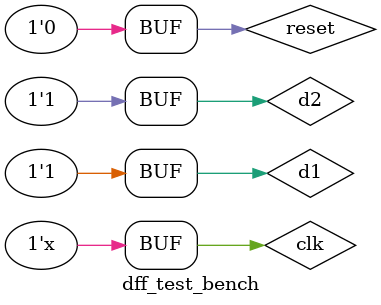
<source format=v>
`timescale 1ns / 1ps
module dff_test_bench();
reg d1, d2, reset, clk;
wire o1, o2;

dff_async_sync_reset a1(d1, d2, reset, clk, o1, o2);

initial
begin

$monitor("Value of D1=%b, D2=%b, clk=%b, o1=%b, o2=%b", d1,d2, reset, clk, o1, o2);

clk = 0;
d1 = 0; d2 = 0; reset=0;

#2 d1 = 1; d2 = 1; reset = 0;
#2 d1 = 1; d2 = 1; reset = 1;
#2 d1 = 1; d2 = 1; reset = 0;

end
always #2 clk=~clk;
endmodule

</source>
